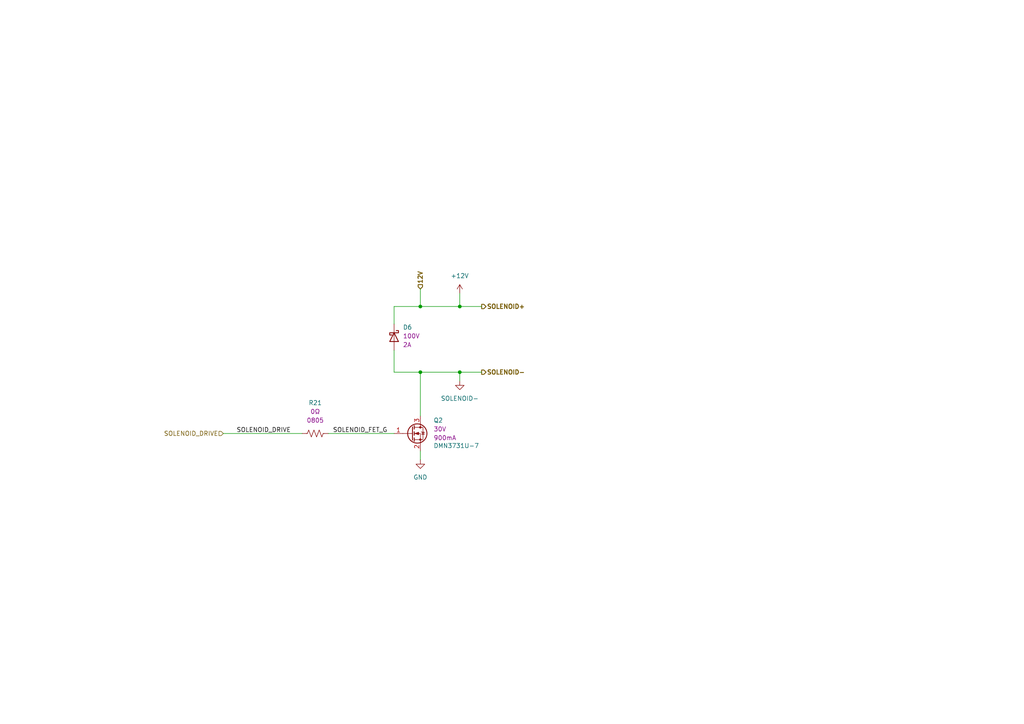
<source format=kicad_sch>
(kicad_sch (version 20231120) (generator "eeschema") (generator_version "8.0")
  (paper "A4")
  (title_block (title "EauRouge") (date "2025-01-29") (rev "1"))
  (lib_symbols
    (symbol "Diode:STPS2H100ZF" (pin_numbers hide) (pin_names (offset 1.016) hide)
      (property "Reference" "D" (at 3.048 2.794 0))
      (property "Voltage - DC Reverse (Vr) (Max) " "100V" (at 2.286 0.762 0))
      (property "Current - Average Rectified (Io) " "2A" (at 2.286 -1.524 0))
      (symbol "STPS2H100ZF_0_1"
        (polyline (pts (xy 0 -1.27) (xy 0 1.27)))
        (polyline (pts (xy 1.27 -1.27) (xy -1.27 -1.27) (xy 0 1.27) (xy 1.27 -1.27)) (stroke (width 0.254)))
        (polyline (pts (xy 0.635 1.905) (xy 1.27 1.905) (xy 1.27 1.27) (xy -1.27 1.27) (xy -1.27 0.635) (xy -0.635 0.635)) (stroke (width 0.254)))
      )
      (symbol "STPS2H100ZF_1_1"
        (pin passive line (at 0 3.81 270) (length 2.54) (name "K") (number "1"))
        (pin passive line (at 0 -3.81 90) (length 2.54) (name "A") (number "2"))
      )
    )
    (symbol "Resistors:RC0805JR-070RL" (pin_numbers hide) (pin_names (offset 1.016) hide)
      (property "Reference" "R" (at 2.54 3.556 0))
      (property "Resistance" "0Ω" (at 2.54 2.032 0))
      (property "Package" "0805" (at 2.54 -3.048 0))
      (symbol "RC0805JR-070RL_0_1"
        (polyline (pts (xy 0 -2.286) (xy 0 -2.54)))
        (polyline (pts (xy 0 2.286) (xy 0 2.54)))
        (polyline (pts (xy 0 -0.762) (xy 1.016 -1.143) (xy 0 -1.524) (xy -1.016 -1.905) (xy 0 -2.286)))
        (polyline (pts (xy 0 0.762) (xy 1.016 0.381) (xy 0 0) (xy -1.016 -0.381) (xy 0 -0.762)))
        (polyline (pts (xy 0 2.286) (xy 1.016 1.905) (xy 0 1.524) (xy -1.016 1.143) (xy 0 0.762)))
      )
      (symbol "RC0805JR-070RL_1_1"
        (pin passive line (at 0 3.81 270) (length 1.27) (name "~") (number "1"))
        (pin passive line (at 0 -3.81 90) (length 1.27) (name "~") (number "2"))
      )
    )
    (symbol "Transistor_FET:DMN3731U-7" (pin_names hide)
      (property "Reference" "Q" (at 5.08 2.54 0))
      (property "Value" "DMN3731U-7" (at 5.08 -3.302 0))
      (property "Drain to Source Voltage (Vdss) " "30V" (at 5.08 -1.27 0))
      (property "Current - Continuous Drain (Id) @ 25°C " "900mA" (at 5.08 0.762 0))
      (symbol "DMN3731U-7_0_1"
        (polyline (pts (xy 0.254 0) (xy -2.54 0)))
        (polyline (pts (xy 0.254 1.905) (xy 0.254 -1.905)) (stroke (width 0.254)))
        (polyline (pts (xy 0.762 -1.27) (xy 0.762 -2.286)) (stroke (width 0.254)))
        (polyline (pts (xy 0.762 0.508) (xy 0.762 -0.508)) (stroke (width 0.254)))
        (polyline (pts (xy 0.762 2.286) (xy 0.762 1.27)) (stroke (width 0.254)))
        (polyline (pts (xy 2.54 2.54) (xy 2.54 1.778)))
        (polyline (pts (xy 2.54 -2.54) (xy 2.54 0) (xy 0.762 0)))
        (polyline (pts (xy 0.762 -1.778) (xy 3.302 -1.778) (xy 3.302 1.778) (xy 0.762 1.778)))
        (polyline (pts (xy 1.016 0) (xy 2.032 0.381) (xy 2.032 -0.381) (xy 1.016 0)) (fill (type outline)))
        (polyline (pts (xy 2.794 0.508) (xy 2.921 0.381) (xy 3.683 0.381) (xy 3.81 0.254)))
        (polyline (pts (xy 3.302 0.381) (xy 2.921 -0.254) (xy 3.683 -0.254) (xy 3.302 0.381)))
        (circle (center 1.651 0) (radius 2.794) (stroke (width 0.254)))
        (circle (center 2.54 -1.778) (radius 0.254) (fill (type outline)))
        (circle (center 2.54 1.778) (radius 0.254) (fill (type outline)))
      )
      (symbol "DMN3731U-7_1_1"
        (pin input line (at -5.08 0 0) (length 2.54) (name "G") (number "1"))
        (pin passive line (at 2.54 -5.08 90) (length 2.54) (name "S") (number "2"))
        (pin passive line (at 2.54 5.08 270) (length 2.54) (name "D") (number "3"))
      )
    )
    (symbol "power:+12V" (power) (pin_numbers hide) (pin_names (offset 0) hide)
      (property "Value" "+12V" (at 0 3.556 0))
      (symbol "+12V_0_1"
        (polyline (pts (xy -0.762 1.27) (xy 0 2.54)))
        (polyline (pts (xy 0 0) (xy 0 2.54)))
        (polyline (pts (xy 0 2.54) (xy 0.762 1.27)))
      )
      (symbol "+12V_1_1"
        (pin power_in line (at 0 0 90) (length 0) (name "~") (number "1"))
      )
    )
    (symbol "power:GND" (power) (pin_numbers hide) (pin_names (offset 0) hide)
      (property "Value" "GND" (at 0 -3.81 0))
      (symbol "GND_0_1"
        (polyline (pts (xy 0 0) (xy 0 -1.27) (xy 1.27 -1.27) (xy 0 -2.54) (xy -1.27 -1.27) (xy 0 -1.27)))
      )
      (symbol "GND_1_1"
        (pin power_in line (at 0 0 270) (length 0) (name "~") (number "1"))
      )
    )
    (symbol "power:SOLENOID-" (power) (pin_numbers hide) (pin_names (offset 0) hide)
      (property "Value" "SOLENOID-" (at 0 -3.81 0))
      (symbol "SOLENOID-_0_1"
        (polyline (pts (xy 0 0) (xy 0 -1.27) (xy 1.27 -1.27) (xy 0 -2.54) (xy -1.27 -1.27) (xy 0 -1.27)))
      )
      (symbol "SOLENOID-_1_1"
        (pin power_in line (at 0 0 270) (length 0) (name "~") (number "1"))
      )
    )
  )
  (junction (at 133.35 107.95))
  (junction (at 121.92 107.95))
  (junction (at 121.92 88.9))
  (junction (at 133.35 88.9))
  (wire (pts (xy 121.92 88.9) (xy 133.35 88.9)))
  (wire (pts (xy 133.35 107.95) (xy 139.7 107.95)))
  (wire (pts (xy 114.3 93.98) (xy 114.3 88.9)))
  (wire (pts (xy 133.35 85.09) (xy 133.35 88.9)))
  (wire (pts (xy 133.35 88.9) (xy 139.7 88.9)))
  (wire (pts (xy 114.3 88.9) (xy 121.92 88.9)))
  (wire (pts (xy 95.25 125.73) (xy 114.3 125.73)))
  (wire (pts (xy 121.92 130.81) (xy 121.92 133.35)))
  (wire (pts (xy 133.35 110.49) (xy 133.35 107.95)))
  (wire (pts (xy 121.92 107.95) (xy 121.92 120.65)))
  (wire (pts (xy 121.92 83.82) (xy 121.92 88.9)))
  (wire (pts (xy 114.3 101.6) (xy 114.3 107.95)))
  (wire (pts (xy 64.77 125.73) (xy 87.63 125.73)))
  (wire (pts (xy 121.92 107.95) (xy 133.35 107.95)))
  (wire (pts (xy 114.3 107.95) (xy 121.92 107.95)))
  (label "SOLENOID_DRIVE" (at 68.58 125.73 0))
  (label "SOLENOID_FET_G" (at 96.52 125.73 0))
  (hierarchical_label "12V" (shape input) (at 121.92 83.82 90) (effects (font (bold yes))))
  (hierarchical_label "SOLENOID_DRIVE" (shape input) (at 64.77 125.73 180))
  (hierarchical_label "SOLENOID+" (shape output) (at 139.7 88.9 0) (effects (font (bold yes))))
  (hierarchical_label "SOLENOID-" (shape output) (at 139.7 107.95 0) (effects (font (bold yes))))
  (symbol (lib_id "Transistor_FET:DMN3731U-7") (at 119.38 125.73 0) (unit 1)
    (property "Reference" "Q2" (at 125.73 121.9199 0) (effects (justify left)))
    (property "Value" "DMN3731U-7" (at 125.73 129.2861 0) (effects (justify left)))
    (property "Footprint" "Package_TO_SOT_SMD:SOT-23-3_DMN3731U-7" (effects (hide yes)))
    (property "Description" "MOSFET N-CH 30V 900MA SOT23" (effects (hide yes)))
    (property "Drain to Source Voltage (Vdss) " "30V" (at 125.73 124.46 0) (effects (justify left)))
    (property "Current - Continuous Drain (Id) @ 25°C " "900mA" (at 125.73 127 0) (effects (justify left)))
  )
  (symbol (lib_id "power:+12V") (at 133.35 85.09 0) (unit 1)
    (property "Reference" "#PWR060" (effects (hide yes)))
    (property "Value" "+12V" (at 133.35 80.01 0))
    (property "Description" "Power symbol creates a global label with name \"+12V\"" (effects (hide yes)))
  )
  (symbol (lib_id "Diode:STPS2H100ZF") (at 114.3 97.79 0) (unit 1)
    (property "Reference" "D6" (at 116.84 94.9324 0) (effects (justify left)))
    (property "Value" "STPS2H100ZF" (effects (hide yes)))
    (property "Footprint" "Diode_SMD:D_SOD-123F_STPS2H100ZF" (effects (hide yes)))
    (property "Description" "DIODE SCHOTTKY 100V 2A SOD123F" (effects (hide yes)))
    (property "Technology" "Schottky" (effects (hide yes)))
    (property "Voltage - DC Reverse (Vr) (Max) " "100V" (at 116.84 97.4724 0) (effects (justify left)))
    (property "Current - Average Rectified (Io) " "2A" (at 116.84 100.0124 0) (effects (justify left)))
  )
  (symbol (lib_id "power:SOLENOID-") (at 133.35 110.49 0) (unit 1)
    (property "Reference" "#PWR061" (effects (hide yes)))
    (property "Value" "SOLENOID-" (at 133.35 115.57 0))
    (property "Description" "Power symbol creates a global label with name \"SOLENOID-\"" (effects (hide yes)))
  )
  (symbol (lib_id "Resistors:RC0805JR-070RL") (at 91.44 125.73 90) (unit 1)
    (property "Reference" "R21" (at 91.44 116.84 90))
    (property "Value" "RC0805JR-070RL" (effects (hide yes)))
    (property "Footprint" "Resistor_SMD:R_0805_2012Metric_Pad1.20x1.40mm_HandSolder" (effects (hide yes)))
    (property "Description" "RES 0 OHM JUMPER 1/8W 0805" (effects (hide yes)))
    (property "PARTREV" "V.12" (effects (hide yes)))
    (property "STANDARD" "IPC 7351B" (effects (hide yes)))
    (property "MAXIMUM_PACKAGE_HEIGHT" "0.6 mm" (effects (hide yes)))
    (property "MANUFACTURER" "Yageo" (effects (hide yes)))
    (property "Resistance" "0Ω" (at 91.44 119.38 90))
    (property "Tolerance" "-" (effects (hide yes)))
    (property "Power" "1/8W" (effects (hide yes)))
    (property "Package" "0805" (at 91.44 121.92 90))
  )
  (symbol (lib_id "power:GND") (at 121.92 133.35 0) (unit 1)
    (property "Reference" "#PWR062" (effects (hide yes)))
    (property "Value" "GND" (at 121.92 138.43 0))
    (property "Description" "Power symbol creates a global label with name \"GND\" , ground" (effects (hide yes)))
  )
)
</source>
